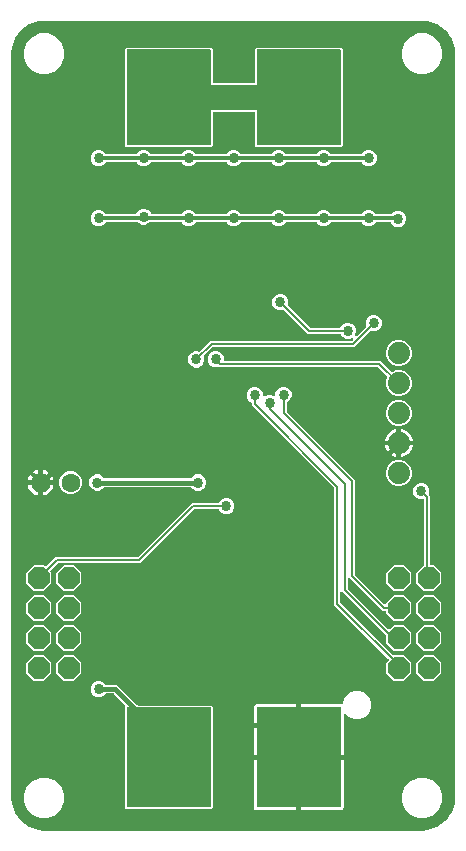
<source format=gbr>
G04 EAGLE Gerber RS-274X export*
G75*
%MOMM*%
%FSLAX34Y34*%
%LPD*%
%INBottom Copper*%
%IPPOS*%
%AMOC8*
5,1,8,0,0,1.08239X$1,22.5*%
G01*
%ADD10P,1.979475X8X292.500000*%
%ADD11P,1.979475X8X112.500000*%
%ADD12R,7.100000X8.450000*%
%ADD13P,1.732040X8X202.500000*%
%ADD14C,1.600200*%
%ADD15C,1.879600*%
%ADD16C,0.858000*%
%ADD17C,0.406400*%
%ADD18C,0.304800*%
%ADD19C,0.203200*%

G36*
X350044Y2007D02*
X350044Y2007D01*
X350080Y2004D01*
X354301Y2336D01*
X354459Y2371D01*
X354535Y2383D01*
X362564Y4992D01*
X362820Y5116D01*
X362833Y5129D01*
X362847Y5136D01*
X369677Y10098D01*
X369882Y10296D01*
X369891Y10312D01*
X369902Y10323D01*
X374864Y17153D01*
X374907Y17234D01*
X374958Y17311D01*
X374974Y17359D01*
X374998Y17404D01*
X375001Y17422D01*
X375009Y17436D01*
X377617Y25465D01*
X377645Y25625D01*
X377664Y25699D01*
X377996Y29920D01*
X377993Y29965D01*
X377999Y30000D01*
X377999Y660000D01*
X377993Y660044D01*
X377996Y660080D01*
X377664Y664301D01*
X377629Y664459D01*
X377617Y664535D01*
X375008Y672564D01*
X374884Y672820D01*
X374871Y672833D01*
X374864Y672847D01*
X369902Y679677D01*
X369704Y679882D01*
X369688Y679891D01*
X369677Y679902D01*
X362847Y684864D01*
X362596Y684998D01*
X362578Y685001D01*
X362564Y685008D01*
X354535Y687617D01*
X354375Y687645D01*
X354301Y687664D01*
X350080Y687996D01*
X350035Y687993D01*
X350000Y687999D01*
X30000Y687999D01*
X29956Y687993D01*
X29920Y687996D01*
X25699Y687664D01*
X25541Y687629D01*
X25465Y687617D01*
X17436Y685008D01*
X17180Y684884D01*
X17167Y684871D01*
X17153Y684864D01*
X10323Y679902D01*
X10118Y679704D01*
X10109Y679688D01*
X10098Y679677D01*
X5136Y672847D01*
X5002Y672596D01*
X4999Y672578D01*
X4992Y672564D01*
X2383Y664535D01*
X2355Y664375D01*
X2336Y664301D01*
X2004Y660080D01*
X2007Y660035D01*
X2001Y660000D01*
X2001Y30000D01*
X2007Y29956D01*
X2004Y29920D01*
X2336Y25699D01*
X2371Y25541D01*
X2383Y25465D01*
X4992Y17436D01*
X5116Y17180D01*
X5129Y17167D01*
X5136Y17153D01*
X10098Y10323D01*
X10296Y10118D01*
X10312Y10109D01*
X10323Y10098D01*
X17153Y5136D01*
X17404Y5002D01*
X17422Y4999D01*
X17436Y4992D01*
X25465Y2383D01*
X25625Y2355D01*
X25699Y2336D01*
X29920Y2004D01*
X29965Y2007D01*
X30000Y2001D01*
X350000Y2001D01*
X350044Y2007D01*
G37*
%LPC*%
G36*
X99605Y580740D02*
X99605Y580740D01*
X98340Y582005D01*
X98340Y663795D01*
X99605Y665060D01*
X171395Y665060D01*
X172660Y663795D01*
X172660Y636075D01*
X172668Y636017D01*
X172666Y635959D01*
X172688Y635877D01*
X172700Y635793D01*
X172723Y635740D01*
X172738Y635684D01*
X172781Y635611D01*
X172816Y635534D01*
X172854Y635489D01*
X172883Y635439D01*
X172945Y635381D01*
X172999Y635317D01*
X173048Y635285D01*
X173091Y635245D01*
X173166Y635206D01*
X173236Y635159D01*
X173292Y635142D01*
X173344Y635115D01*
X173412Y635104D01*
X173507Y635074D01*
X173607Y635071D01*
X173675Y635060D01*
X207325Y635060D01*
X207383Y635068D01*
X207441Y635066D01*
X207523Y635088D01*
X207607Y635100D01*
X207660Y635123D01*
X207716Y635138D01*
X207789Y635181D01*
X207866Y635216D01*
X207911Y635254D01*
X207961Y635283D01*
X208019Y635345D01*
X208083Y635399D01*
X208115Y635448D01*
X208155Y635491D01*
X208194Y635566D01*
X208241Y635636D01*
X208258Y635692D01*
X208285Y635744D01*
X208296Y635812D01*
X208326Y635907D01*
X208329Y636007D01*
X208340Y636075D01*
X208340Y663795D01*
X209605Y665060D01*
X281395Y665060D01*
X282660Y663795D01*
X282660Y582005D01*
X281395Y580740D01*
X209605Y580740D01*
X208340Y582005D01*
X208340Y609725D01*
X208332Y609783D01*
X208334Y609841D01*
X208312Y609923D01*
X208300Y610007D01*
X208277Y610060D01*
X208262Y610116D01*
X208219Y610189D01*
X208184Y610266D01*
X208146Y610311D01*
X208117Y610361D01*
X208055Y610419D01*
X208001Y610483D01*
X207952Y610515D01*
X207909Y610555D01*
X207834Y610594D01*
X207764Y610641D01*
X207708Y610658D01*
X207656Y610685D01*
X207588Y610696D01*
X207493Y610726D01*
X207393Y610729D01*
X207325Y610740D01*
X173675Y610740D01*
X173617Y610732D01*
X173559Y610734D01*
X173477Y610712D01*
X173393Y610700D01*
X173340Y610677D01*
X173284Y610662D01*
X173211Y610619D01*
X173134Y610584D01*
X173089Y610546D01*
X173039Y610517D01*
X172981Y610455D01*
X172917Y610401D01*
X172885Y610352D01*
X172845Y610309D01*
X172806Y610234D01*
X172759Y610164D01*
X172742Y610108D01*
X172715Y610056D01*
X172704Y609988D01*
X172674Y609893D01*
X172671Y609793D01*
X172660Y609725D01*
X172660Y582005D01*
X171395Y580740D01*
X99605Y580740D01*
G37*
%LPD*%
G36*
X170565Y582277D02*
X170565Y582277D01*
X170631Y582279D01*
X170674Y582297D01*
X170721Y582305D01*
X170778Y582339D01*
X170838Y582364D01*
X170873Y582395D01*
X170914Y582420D01*
X170956Y582471D01*
X171004Y582515D01*
X171026Y582557D01*
X171055Y582594D01*
X171076Y582656D01*
X171107Y582715D01*
X171115Y582769D01*
X171127Y582806D01*
X171126Y582846D01*
X171134Y582900D01*
X171134Y612266D01*
X209866Y612266D01*
X209866Y582900D01*
X209877Y582835D01*
X209879Y582769D01*
X209897Y582726D01*
X209905Y582679D01*
X209939Y582622D01*
X209964Y582562D01*
X209995Y582527D01*
X210020Y582486D01*
X210071Y582445D01*
X210115Y582396D01*
X210157Y582374D01*
X210194Y582345D01*
X210256Y582324D01*
X210315Y582293D01*
X210369Y582285D01*
X210406Y582273D01*
X210446Y582274D01*
X210500Y582266D01*
X280500Y582266D01*
X280565Y582277D01*
X280631Y582279D01*
X280674Y582297D01*
X280721Y582305D01*
X280778Y582339D01*
X280838Y582364D01*
X280873Y582395D01*
X280914Y582420D01*
X280956Y582471D01*
X281004Y582515D01*
X281026Y582557D01*
X281055Y582594D01*
X281076Y582656D01*
X281107Y582715D01*
X281115Y582769D01*
X281127Y582806D01*
X281126Y582846D01*
X281134Y582900D01*
X281134Y662900D01*
X281123Y662965D01*
X281121Y663031D01*
X281103Y663074D01*
X281095Y663121D01*
X281061Y663178D01*
X281036Y663238D01*
X281005Y663273D01*
X280980Y663314D01*
X280929Y663356D01*
X280885Y663404D01*
X280843Y663426D01*
X280806Y663455D01*
X280744Y663476D01*
X280685Y663507D01*
X280631Y663515D01*
X280594Y663527D01*
X280554Y663526D01*
X280500Y663534D01*
X210500Y663534D01*
X210435Y663523D01*
X210369Y663521D01*
X210326Y663503D01*
X210279Y663495D01*
X210222Y663461D01*
X210162Y663436D01*
X210127Y663405D01*
X210086Y663380D01*
X210045Y663329D01*
X209996Y663285D01*
X209974Y663243D01*
X209945Y663206D01*
X209924Y663144D01*
X209893Y663085D01*
X209885Y663031D01*
X209873Y662994D01*
X209874Y662954D01*
X209866Y662900D01*
X209866Y633534D01*
X171134Y633534D01*
X171134Y662900D01*
X171123Y662965D01*
X171121Y663031D01*
X171103Y663074D01*
X171095Y663121D01*
X171061Y663178D01*
X171036Y663238D01*
X171005Y663273D01*
X170980Y663314D01*
X170929Y663356D01*
X170885Y663404D01*
X170843Y663426D01*
X170806Y663455D01*
X170744Y663476D01*
X170685Y663507D01*
X170631Y663515D01*
X170594Y663527D01*
X170554Y663526D01*
X170500Y663534D01*
X100500Y663534D01*
X100435Y663523D01*
X100369Y663521D01*
X100326Y663503D01*
X100279Y663495D01*
X100222Y663461D01*
X100162Y663436D01*
X100127Y663405D01*
X100086Y663380D01*
X100045Y663329D01*
X99996Y663285D01*
X99974Y663243D01*
X99945Y663206D01*
X99924Y663144D01*
X99893Y663085D01*
X99885Y663031D01*
X99873Y662994D01*
X99874Y662954D01*
X99866Y662900D01*
X99866Y582900D01*
X99877Y582835D01*
X99879Y582769D01*
X99897Y582726D01*
X99905Y582679D01*
X99939Y582622D01*
X99964Y582562D01*
X99995Y582527D01*
X100020Y582486D01*
X100071Y582445D01*
X100115Y582396D01*
X100157Y582374D01*
X100194Y582345D01*
X100256Y582324D01*
X100315Y582293D01*
X100369Y582285D01*
X100406Y582273D01*
X100446Y582274D01*
X100500Y582266D01*
X170500Y582266D01*
X170565Y582277D01*
G37*
%LPC*%
G36*
X99368Y20375D02*
X99368Y20375D01*
X98475Y21268D01*
X98475Y107032D01*
X98534Y107090D01*
X98569Y107137D01*
X98612Y107177D01*
X98654Y107250D01*
X98705Y107317D01*
X98726Y107372D01*
X98755Y107423D01*
X98776Y107504D01*
X98806Y107583D01*
X98811Y107641D01*
X98825Y107698D01*
X98823Y107782D01*
X98830Y107866D01*
X98818Y107924D01*
X98816Y107982D01*
X98790Y108062D01*
X98774Y108145D01*
X98747Y108197D01*
X98729Y108253D01*
X98689Y108309D01*
X98643Y108397D01*
X98574Y108470D01*
X98534Y108526D01*
X88994Y118066D01*
X88924Y118118D01*
X88860Y118178D01*
X88811Y118204D01*
X88767Y118237D01*
X88685Y118268D01*
X88607Y118308D01*
X88560Y118316D01*
X88501Y118338D01*
X88354Y118350D01*
X88276Y118363D01*
X82724Y118363D01*
X82637Y118351D01*
X82550Y118348D01*
X82497Y118331D01*
X82442Y118323D01*
X82363Y118288D01*
X82279Y118261D01*
X82240Y118233D01*
X82183Y118207D01*
X82070Y118111D01*
X82006Y118066D01*
X80069Y116129D01*
X77559Y115089D01*
X74841Y115089D01*
X72331Y116129D01*
X70409Y118051D01*
X69369Y120561D01*
X69369Y123279D01*
X70409Y125789D01*
X72331Y127711D01*
X74841Y128751D01*
X77559Y128751D01*
X80069Y127711D01*
X82006Y125774D01*
X82076Y125722D01*
X82140Y125662D01*
X82189Y125636D01*
X82233Y125603D01*
X82315Y125572D01*
X82393Y125532D01*
X82440Y125524D01*
X82499Y125502D01*
X82647Y125490D01*
X82724Y125477D01*
X91643Y125477D01*
X108898Y108222D01*
X108968Y108170D01*
X109032Y108110D01*
X109081Y108084D01*
X109125Y108051D01*
X109207Y108020D01*
X109285Y107980D01*
X109332Y107972D01*
X109391Y107950D01*
X109538Y107938D01*
X109616Y107925D01*
X171632Y107925D01*
X172525Y107032D01*
X172525Y21268D01*
X171632Y20375D01*
X99368Y20375D01*
G37*
%LPD*%
%LPC*%
G36*
X325781Y129031D02*
X325781Y129031D01*
X319531Y135281D01*
X319531Y144119D01*
X321412Y145999D01*
X321447Y146046D01*
X321489Y146086D01*
X321532Y146159D01*
X321583Y146227D01*
X321603Y146281D01*
X321633Y146332D01*
X321654Y146413D01*
X321684Y146492D01*
X321689Y146551D01*
X321703Y146607D01*
X321700Y146692D01*
X321707Y146776D01*
X321696Y146833D01*
X321694Y146891D01*
X321668Y146972D01*
X321651Y147054D01*
X321624Y147106D01*
X321606Y147162D01*
X321566Y147218D01*
X321520Y147307D01*
X321452Y147379D01*
X321412Y147435D01*
X275589Y193258D01*
X275589Y291897D01*
X275577Y291984D01*
X275574Y292071D01*
X275557Y292124D01*
X275549Y292179D01*
X275514Y292258D01*
X275487Y292342D01*
X275459Y292381D01*
X275433Y292438D01*
X275337Y292551D01*
X275292Y292615D01*
X205739Y362168D01*
X205739Y363821D01*
X205739Y363822D01*
X205739Y363824D01*
X205719Y363964D01*
X205699Y364102D01*
X205699Y364103D01*
X205699Y364105D01*
X205640Y364235D01*
X205583Y364361D01*
X205582Y364363D01*
X205581Y364364D01*
X205494Y364467D01*
X205400Y364578D01*
X205398Y364579D01*
X205397Y364581D01*
X205385Y364588D01*
X205163Y364736D01*
X205134Y364745D01*
X205113Y364758D01*
X204411Y365049D01*
X202489Y366971D01*
X201449Y369481D01*
X201449Y372199D01*
X202489Y374709D01*
X204411Y376631D01*
X206921Y377671D01*
X209639Y377671D01*
X212149Y376631D01*
X214071Y374709D01*
X215111Y372199D01*
X215111Y370732D01*
X215115Y370703D01*
X215112Y370674D01*
X215135Y370563D01*
X215151Y370450D01*
X215163Y370424D01*
X215168Y370395D01*
X215220Y370294D01*
X215267Y370191D01*
X215286Y370169D01*
X215299Y370143D01*
X215377Y370060D01*
X215450Y369974D01*
X215475Y369958D01*
X215495Y369936D01*
X215593Y369879D01*
X215687Y369816D01*
X215715Y369808D01*
X215740Y369793D01*
X215850Y369765D01*
X215958Y369731D01*
X215987Y369730D01*
X216016Y369723D01*
X216129Y369726D01*
X216242Y369723D01*
X216271Y369731D01*
X216300Y369732D01*
X216408Y369767D01*
X216517Y369795D01*
X216543Y369810D01*
X216571Y369819D01*
X216635Y369865D01*
X216762Y369940D01*
X216805Y369986D01*
X216844Y370014D01*
X217111Y370281D01*
X219621Y371321D01*
X222339Y371321D01*
X224401Y370466D01*
X224513Y370438D01*
X224622Y370403D01*
X224650Y370402D01*
X224677Y370395D01*
X224791Y370399D01*
X224906Y370396D01*
X224933Y370403D01*
X224961Y370404D01*
X225070Y370439D01*
X225181Y370468D01*
X225205Y370482D01*
X225232Y370490D01*
X225327Y370554D01*
X225426Y370613D01*
X225445Y370633D01*
X225468Y370648D01*
X225542Y370736D01*
X225620Y370820D01*
X225633Y370845D01*
X225651Y370866D01*
X225697Y370971D01*
X225750Y371073D01*
X225754Y371098D01*
X225766Y371126D01*
X225803Y371390D01*
X225805Y371404D01*
X225805Y372459D01*
X226845Y374969D01*
X228767Y376891D01*
X231277Y377931D01*
X233995Y377931D01*
X236505Y376891D01*
X238427Y374969D01*
X239467Y372459D01*
X239467Y369741D01*
X238427Y367231D01*
X236505Y365309D01*
X235803Y365019D01*
X235802Y365018D01*
X235801Y365017D01*
X235684Y364948D01*
X235559Y364874D01*
X235557Y364873D01*
X235556Y364872D01*
X235461Y364771D01*
X235363Y364667D01*
X235363Y364666D01*
X235362Y364665D01*
X235297Y364539D01*
X235233Y364415D01*
X235233Y364413D01*
X235232Y364412D01*
X235230Y364397D01*
X235178Y364136D01*
X235181Y364105D01*
X235177Y364081D01*
X235177Y357333D01*
X235185Y357276D01*
X235183Y357222D01*
X235191Y357194D01*
X235192Y357159D01*
X235209Y357106D01*
X235217Y357052D01*
X235244Y356991D01*
X235255Y356947D01*
X235267Y356928D01*
X235279Y356888D01*
X235307Y356849D01*
X235333Y356792D01*
X235381Y356735D01*
X235400Y356702D01*
X235435Y356670D01*
X235474Y356615D01*
X293145Y298945D01*
X293145Y219203D01*
X293152Y219155D01*
X293151Y219148D01*
X293154Y219139D01*
X293157Y219116D01*
X293160Y219029D01*
X293177Y218976D01*
X293185Y218922D01*
X293220Y218842D01*
X293247Y218758D01*
X293275Y218719D01*
X293301Y218662D01*
X293397Y218549D01*
X293442Y218485D01*
X317798Y194129D01*
X317822Y194111D01*
X317841Y194089D01*
X317935Y194026D01*
X318025Y193958D01*
X318053Y193948D01*
X318077Y193931D01*
X318185Y193897D01*
X318291Y193857D01*
X318320Y193855D01*
X318348Y193846D01*
X318462Y193843D01*
X318574Y193833D01*
X318603Y193839D01*
X318632Y193838D01*
X318742Y193867D01*
X318853Y193889D01*
X318879Y193903D01*
X318907Y193910D01*
X319005Y193968D01*
X319105Y194020D01*
X319127Y194040D01*
X319152Y194055D01*
X319229Y194138D01*
X319311Y194216D01*
X319326Y194241D01*
X319346Y194263D01*
X319398Y194364D01*
X319455Y194461D01*
X319462Y194490D01*
X319476Y194516D01*
X319489Y194593D01*
X319525Y194737D01*
X319523Y194799D01*
X319531Y194847D01*
X319531Y194919D01*
X325781Y201169D01*
X334619Y201169D01*
X340869Y194919D01*
X340869Y186081D01*
X334619Y179831D01*
X325781Y179831D01*
X319531Y186081D01*
X319531Y186944D01*
X319523Y187002D01*
X319525Y187060D01*
X319503Y187142D01*
X319491Y187226D01*
X319468Y187279D01*
X319453Y187335D01*
X319410Y187408D01*
X319375Y187485D01*
X319337Y187530D01*
X319308Y187580D01*
X319246Y187638D01*
X319192Y187702D01*
X319143Y187734D01*
X319100Y187774D01*
X319025Y187813D01*
X318955Y187860D01*
X318899Y187877D01*
X318847Y187904D01*
X318779Y187915D01*
X318684Y187945D01*
X318584Y187948D01*
X318516Y187959D01*
X316782Y187959D01*
X289849Y214892D01*
X288754Y215987D01*
X288730Y216005D01*
X288711Y216027D01*
X288617Y216090D01*
X288527Y216158D01*
X288499Y216168D01*
X288475Y216185D01*
X288367Y216219D01*
X288261Y216259D01*
X288232Y216262D01*
X288204Y216270D01*
X288090Y216273D01*
X287978Y216283D01*
X287949Y216277D01*
X287920Y216278D01*
X287810Y216249D01*
X287699Y216227D01*
X287673Y216213D01*
X287645Y216206D01*
X287547Y216148D01*
X287447Y216096D01*
X287425Y216076D01*
X287400Y216061D01*
X287323Y215978D01*
X287241Y215900D01*
X287226Y215875D01*
X287206Y215853D01*
X287154Y215752D01*
X287097Y215655D01*
X287090Y215626D01*
X287076Y215600D01*
X287063Y215523D01*
X287027Y215379D01*
X287029Y215317D01*
X287021Y215269D01*
X287021Y207213D01*
X287033Y207126D01*
X287036Y207039D01*
X287053Y206986D01*
X287061Y206931D01*
X287096Y206852D01*
X287123Y206768D01*
X287151Y206729D01*
X287177Y206672D01*
X287273Y206559D01*
X287318Y206495D01*
X321195Y172618D01*
X321241Y172583D01*
X321282Y172541D01*
X321355Y172498D01*
X321422Y172447D01*
X321477Y172427D01*
X321527Y172397D01*
X321609Y172376D01*
X321688Y172346D01*
X321746Y172341D01*
X321803Y172327D01*
X321887Y172330D01*
X321971Y172323D01*
X322028Y172334D01*
X322087Y172336D01*
X322167Y172362D01*
X322250Y172379D01*
X322302Y172406D01*
X322357Y172424D01*
X322413Y172464D01*
X322502Y172510D01*
X322574Y172578D01*
X322631Y172618D01*
X325781Y175769D01*
X334619Y175769D01*
X340869Y169519D01*
X340869Y160681D01*
X334619Y154431D01*
X325781Y154431D01*
X319531Y160681D01*
X319531Y166675D01*
X319519Y166762D01*
X319516Y166849D01*
X319499Y166902D01*
X319491Y166957D01*
X319456Y167036D01*
X319429Y167120D01*
X319401Y167159D01*
X319375Y167216D01*
X319279Y167329D01*
X319234Y167393D01*
X282404Y204223D01*
X282380Y204241D01*
X282361Y204263D01*
X282267Y204326D01*
X282177Y204394D01*
X282149Y204404D01*
X282125Y204421D01*
X282017Y204455D01*
X281911Y204495D01*
X281882Y204498D01*
X281854Y204506D01*
X281740Y204509D01*
X281628Y204519D01*
X281599Y204513D01*
X281570Y204514D01*
X281460Y204485D01*
X281349Y204463D01*
X281323Y204449D01*
X281295Y204442D01*
X281197Y204384D01*
X281097Y204332D01*
X281075Y204312D01*
X281050Y204297D01*
X280973Y204214D01*
X280891Y204136D01*
X280876Y204111D01*
X280856Y204089D01*
X280804Y203988D01*
X280747Y203891D01*
X280740Y203862D01*
X280726Y203836D01*
X280713Y203759D01*
X280677Y203615D01*
X280679Y203553D01*
X280671Y203505D01*
X280671Y195783D01*
X280683Y195696D01*
X280686Y195609D01*
X280703Y195556D01*
X280711Y195501D01*
X280746Y195422D01*
X280773Y195338D01*
X280801Y195299D01*
X280827Y195242D01*
X280923Y195129D01*
X280968Y195065D01*
X325367Y150666D01*
X325437Y150614D01*
X325501Y150554D01*
X325550Y150528D01*
X325594Y150495D01*
X325676Y150464D01*
X325754Y150424D01*
X325801Y150416D01*
X325860Y150394D01*
X326008Y150382D01*
X326085Y150369D01*
X334619Y150369D01*
X340869Y144119D01*
X340869Y135281D01*
X334619Y129031D01*
X325781Y129031D01*
G37*
%LPD*%
%LPC*%
G36*
X328206Y513234D02*
X328206Y513234D01*
X325696Y514274D01*
X323774Y516196D01*
X323431Y517025D01*
X323430Y517026D01*
X323430Y517027D01*
X323359Y517146D01*
X323286Y517269D01*
X323285Y517270D01*
X323284Y517272D01*
X323182Y517368D01*
X323080Y517465D01*
X323078Y517465D01*
X323077Y517466D01*
X322951Y517531D01*
X322827Y517595D01*
X322825Y517595D01*
X322824Y517596D01*
X322809Y517598D01*
X322548Y517650D01*
X322518Y517647D01*
X322493Y517651D01*
X311609Y517651D01*
X311608Y517651D01*
X311606Y517651D01*
X311465Y517631D01*
X311328Y517611D01*
X311326Y517611D01*
X311325Y517611D01*
X311197Y517553D01*
X311068Y517495D01*
X311067Y517494D01*
X311066Y517493D01*
X310958Y517402D01*
X310851Y517312D01*
X310850Y517310D01*
X310849Y517309D01*
X310841Y517296D01*
X310694Y517075D01*
X310684Y517046D01*
X310671Y517025D01*
X310591Y516831D01*
X308669Y514909D01*
X306159Y513869D01*
X303441Y513869D01*
X300931Y514909D01*
X299009Y516831D01*
X298929Y517025D01*
X298928Y517026D01*
X298928Y517027D01*
X298858Y517144D01*
X298784Y517269D01*
X298783Y517271D01*
X298782Y517272D01*
X298681Y517367D01*
X298578Y517465D01*
X298576Y517465D01*
X298575Y517466D01*
X298449Y517531D01*
X298325Y517595D01*
X298323Y517595D01*
X298322Y517596D01*
X298307Y517598D01*
X298046Y517650D01*
X298016Y517647D01*
X297991Y517651D01*
X273509Y517651D01*
X273508Y517651D01*
X273506Y517651D01*
X273365Y517631D01*
X273228Y517611D01*
X273226Y517611D01*
X273225Y517611D01*
X273097Y517553D01*
X272968Y517495D01*
X272967Y517494D01*
X272966Y517493D01*
X272858Y517402D01*
X272751Y517312D01*
X272750Y517310D01*
X272749Y517309D01*
X272741Y517296D01*
X272594Y517075D01*
X272584Y517046D01*
X272571Y517025D01*
X272491Y516831D01*
X270569Y514909D01*
X268059Y513869D01*
X265341Y513869D01*
X262831Y514909D01*
X260909Y516831D01*
X260829Y517025D01*
X260828Y517026D01*
X260828Y517027D01*
X260758Y517144D01*
X260684Y517269D01*
X260683Y517271D01*
X260682Y517272D01*
X260581Y517367D01*
X260478Y517465D01*
X260476Y517465D01*
X260475Y517466D01*
X260349Y517531D01*
X260225Y517595D01*
X260223Y517595D01*
X260222Y517596D01*
X260207Y517598D01*
X259946Y517650D01*
X259916Y517647D01*
X259891Y517651D01*
X235409Y517651D01*
X235408Y517651D01*
X235406Y517651D01*
X235265Y517631D01*
X235128Y517611D01*
X235126Y517611D01*
X235125Y517611D01*
X234997Y517553D01*
X234868Y517495D01*
X234867Y517494D01*
X234866Y517493D01*
X234758Y517402D01*
X234651Y517312D01*
X234650Y517310D01*
X234649Y517309D01*
X234641Y517296D01*
X234494Y517075D01*
X234484Y517046D01*
X234471Y517025D01*
X234391Y516831D01*
X232469Y514909D01*
X229959Y513869D01*
X227241Y513869D01*
X224731Y514909D01*
X222809Y516831D01*
X222729Y517025D01*
X222728Y517026D01*
X222728Y517027D01*
X222658Y517144D01*
X222584Y517269D01*
X222583Y517271D01*
X222582Y517272D01*
X222481Y517367D01*
X222378Y517465D01*
X222376Y517465D01*
X222375Y517466D01*
X222249Y517531D01*
X222125Y517595D01*
X222123Y517595D01*
X222122Y517596D01*
X222107Y517598D01*
X221846Y517650D01*
X221816Y517647D01*
X221791Y517651D01*
X197309Y517651D01*
X197308Y517651D01*
X197306Y517651D01*
X197165Y517631D01*
X197028Y517611D01*
X197026Y517611D01*
X197025Y517611D01*
X196897Y517553D01*
X196768Y517495D01*
X196767Y517494D01*
X196766Y517493D01*
X196658Y517402D01*
X196551Y517312D01*
X196550Y517310D01*
X196549Y517309D01*
X196541Y517296D01*
X196394Y517075D01*
X196384Y517046D01*
X196371Y517025D01*
X196291Y516831D01*
X194369Y514909D01*
X191859Y513869D01*
X189141Y513869D01*
X186631Y514909D01*
X184709Y516831D01*
X184629Y517025D01*
X184628Y517026D01*
X184628Y517027D01*
X184558Y517144D01*
X184484Y517269D01*
X184483Y517271D01*
X184482Y517272D01*
X184381Y517367D01*
X184278Y517465D01*
X184276Y517465D01*
X184275Y517466D01*
X184149Y517531D01*
X184025Y517595D01*
X184023Y517595D01*
X184022Y517596D01*
X184007Y517598D01*
X183746Y517650D01*
X183716Y517647D01*
X183691Y517651D01*
X159209Y517651D01*
X159208Y517651D01*
X159206Y517651D01*
X159065Y517631D01*
X158928Y517611D01*
X158926Y517611D01*
X158925Y517611D01*
X158797Y517553D01*
X158668Y517495D01*
X158667Y517494D01*
X158666Y517493D01*
X158558Y517402D01*
X158451Y517312D01*
X158450Y517310D01*
X158449Y517309D01*
X158441Y517296D01*
X158294Y517075D01*
X158284Y517046D01*
X158271Y517025D01*
X158191Y516831D01*
X156269Y514909D01*
X153759Y513869D01*
X151041Y513869D01*
X148531Y514909D01*
X146609Y516831D01*
X146529Y517025D01*
X146528Y517026D01*
X146528Y517027D01*
X146458Y517144D01*
X146384Y517269D01*
X146383Y517271D01*
X146382Y517272D01*
X146281Y517367D01*
X146178Y517465D01*
X146176Y517465D01*
X146175Y517466D01*
X146049Y517531D01*
X145925Y517595D01*
X145923Y517595D01*
X145922Y517596D01*
X145907Y517598D01*
X145646Y517650D01*
X145616Y517647D01*
X145591Y517651D01*
X120062Y517651D01*
X119975Y517639D01*
X119888Y517636D01*
X119835Y517619D01*
X119780Y517611D01*
X119701Y517576D01*
X119617Y517549D01*
X119578Y517521D01*
X119521Y517495D01*
X119408Y517399D01*
X119344Y517354D01*
X118169Y516179D01*
X115659Y515139D01*
X112941Y515139D01*
X110431Y516179D01*
X109256Y517354D01*
X109186Y517406D01*
X109122Y517466D01*
X109073Y517492D01*
X109029Y517525D01*
X108947Y517556D01*
X108869Y517596D01*
X108822Y517604D01*
X108763Y517626D01*
X108615Y517638D01*
X108538Y517651D01*
X83009Y517651D01*
X83008Y517651D01*
X83006Y517651D01*
X82865Y517631D01*
X82728Y517611D01*
X82726Y517611D01*
X82725Y517611D01*
X82597Y517553D01*
X82468Y517495D01*
X82467Y517494D01*
X82466Y517493D01*
X82358Y517402D01*
X82251Y517312D01*
X82250Y517310D01*
X82249Y517309D01*
X82241Y517296D01*
X82094Y517075D01*
X82084Y517046D01*
X82071Y517025D01*
X81991Y516831D01*
X80069Y514909D01*
X77559Y513869D01*
X74841Y513869D01*
X72331Y514909D01*
X70409Y516831D01*
X69369Y519341D01*
X69369Y522059D01*
X70409Y524569D01*
X72331Y526491D01*
X74841Y527531D01*
X77559Y527531D01*
X80069Y526491D01*
X81991Y524569D01*
X82071Y524375D01*
X82072Y524374D01*
X82072Y524373D01*
X82142Y524256D01*
X82216Y524131D01*
X82217Y524129D01*
X82218Y524128D01*
X82319Y524033D01*
X82422Y523935D01*
X82424Y523935D01*
X82425Y523934D01*
X82551Y523869D01*
X82675Y523805D01*
X82677Y523805D01*
X82678Y523804D01*
X82693Y523802D01*
X82954Y523750D01*
X82984Y523753D01*
X83009Y523749D01*
X106965Y523749D01*
X106966Y523749D01*
X106968Y523749D01*
X107109Y523769D01*
X107246Y523789D01*
X107248Y523789D01*
X107249Y523789D01*
X107377Y523847D01*
X107506Y523905D01*
X107507Y523906D01*
X107508Y523907D01*
X107613Y523995D01*
X107723Y524088D01*
X107724Y524090D01*
X107725Y524091D01*
X107733Y524104D01*
X107880Y524325D01*
X107890Y524354D01*
X107903Y524375D01*
X108509Y525839D01*
X110431Y527761D01*
X112941Y528801D01*
X115659Y528801D01*
X118169Y527761D01*
X120091Y525839D01*
X120697Y524375D01*
X120698Y524374D01*
X120698Y524373D01*
X120770Y524252D01*
X120842Y524131D01*
X120843Y524130D01*
X120844Y524128D01*
X120948Y524031D01*
X121048Y523935D01*
X121050Y523935D01*
X121051Y523934D01*
X121177Y523869D01*
X121301Y523805D01*
X121303Y523805D01*
X121304Y523804D01*
X121319Y523802D01*
X121580Y523750D01*
X121610Y523753D01*
X121635Y523749D01*
X145591Y523749D01*
X145592Y523749D01*
X145594Y523749D01*
X145735Y523769D01*
X145872Y523789D01*
X145874Y523789D01*
X145875Y523789D01*
X146003Y523847D01*
X146132Y523905D01*
X146133Y523906D01*
X146134Y523907D01*
X146239Y523995D01*
X146349Y524088D01*
X146350Y524090D01*
X146351Y524091D01*
X146359Y524104D01*
X146506Y524325D01*
X146516Y524354D01*
X146529Y524375D01*
X146609Y524569D01*
X148531Y526491D01*
X151041Y527531D01*
X153759Y527531D01*
X156269Y526491D01*
X158191Y524569D01*
X158271Y524375D01*
X158272Y524374D01*
X158272Y524373D01*
X158342Y524256D01*
X158416Y524131D01*
X158417Y524129D01*
X158418Y524128D01*
X158519Y524033D01*
X158622Y523935D01*
X158624Y523935D01*
X158625Y523934D01*
X158751Y523869D01*
X158875Y523805D01*
X158877Y523805D01*
X158878Y523804D01*
X158893Y523802D01*
X159154Y523750D01*
X159184Y523753D01*
X159209Y523749D01*
X183691Y523749D01*
X183692Y523749D01*
X183694Y523749D01*
X183835Y523769D01*
X183972Y523789D01*
X183974Y523789D01*
X183975Y523789D01*
X184103Y523847D01*
X184232Y523905D01*
X184233Y523906D01*
X184234Y523907D01*
X184339Y523995D01*
X184449Y524088D01*
X184450Y524090D01*
X184451Y524091D01*
X184459Y524104D01*
X184606Y524325D01*
X184616Y524354D01*
X184629Y524375D01*
X184709Y524569D01*
X186631Y526491D01*
X189141Y527531D01*
X191859Y527531D01*
X194369Y526491D01*
X196291Y524569D01*
X196371Y524375D01*
X196372Y524374D01*
X196372Y524373D01*
X196442Y524256D01*
X196516Y524131D01*
X196517Y524129D01*
X196518Y524128D01*
X196619Y524033D01*
X196722Y523935D01*
X196724Y523935D01*
X196725Y523934D01*
X196851Y523869D01*
X196975Y523805D01*
X196977Y523805D01*
X196978Y523804D01*
X196993Y523802D01*
X197254Y523750D01*
X197284Y523753D01*
X197309Y523749D01*
X221791Y523749D01*
X221792Y523749D01*
X221794Y523749D01*
X221935Y523769D01*
X222072Y523789D01*
X222074Y523789D01*
X222075Y523789D01*
X222203Y523847D01*
X222332Y523905D01*
X222333Y523906D01*
X222334Y523907D01*
X222439Y523995D01*
X222549Y524088D01*
X222550Y524090D01*
X222551Y524091D01*
X222559Y524104D01*
X222706Y524325D01*
X222716Y524354D01*
X222729Y524375D01*
X222809Y524569D01*
X224731Y526491D01*
X227241Y527531D01*
X229959Y527531D01*
X232469Y526491D01*
X234391Y524569D01*
X234471Y524375D01*
X234472Y524374D01*
X234472Y524373D01*
X234542Y524256D01*
X234616Y524131D01*
X234617Y524129D01*
X234618Y524128D01*
X234719Y524033D01*
X234822Y523935D01*
X234824Y523935D01*
X234825Y523934D01*
X234951Y523869D01*
X235075Y523805D01*
X235077Y523805D01*
X235078Y523804D01*
X235093Y523802D01*
X235354Y523750D01*
X235384Y523753D01*
X235409Y523749D01*
X259891Y523749D01*
X259892Y523749D01*
X259894Y523749D01*
X260035Y523769D01*
X260172Y523789D01*
X260174Y523789D01*
X260175Y523789D01*
X260303Y523847D01*
X260432Y523905D01*
X260433Y523906D01*
X260434Y523907D01*
X260539Y523995D01*
X260649Y524088D01*
X260650Y524090D01*
X260651Y524091D01*
X260659Y524104D01*
X260806Y524325D01*
X260816Y524354D01*
X260829Y524375D01*
X260909Y524569D01*
X262831Y526491D01*
X265341Y527531D01*
X268059Y527531D01*
X270569Y526491D01*
X272491Y524569D01*
X272571Y524375D01*
X272572Y524374D01*
X272572Y524373D01*
X272642Y524256D01*
X272716Y524131D01*
X272717Y524129D01*
X272718Y524128D01*
X272819Y524033D01*
X272922Y523935D01*
X272924Y523935D01*
X272925Y523934D01*
X273051Y523869D01*
X273175Y523805D01*
X273177Y523805D01*
X273178Y523804D01*
X273193Y523802D01*
X273454Y523750D01*
X273484Y523753D01*
X273509Y523749D01*
X297991Y523749D01*
X297992Y523749D01*
X297994Y523749D01*
X298135Y523769D01*
X298272Y523789D01*
X298274Y523789D01*
X298275Y523789D01*
X298403Y523847D01*
X298532Y523905D01*
X298533Y523906D01*
X298534Y523907D01*
X298639Y523995D01*
X298749Y524088D01*
X298750Y524090D01*
X298751Y524091D01*
X298759Y524104D01*
X298906Y524325D01*
X298916Y524354D01*
X298929Y524375D01*
X299009Y524569D01*
X300931Y526491D01*
X303441Y527531D01*
X306159Y527531D01*
X308669Y526491D01*
X310591Y524569D01*
X310671Y524375D01*
X310672Y524374D01*
X310672Y524373D01*
X310742Y524256D01*
X310816Y524131D01*
X310817Y524129D01*
X310818Y524128D01*
X310919Y524033D01*
X311022Y523935D01*
X311024Y523935D01*
X311025Y523934D01*
X311151Y523869D01*
X311275Y523805D01*
X311277Y523805D01*
X311278Y523804D01*
X311293Y523802D01*
X311554Y523750D01*
X311584Y523753D01*
X311609Y523749D01*
X323168Y523749D01*
X323255Y523761D01*
X323342Y523764D01*
X323395Y523781D01*
X323450Y523789D01*
X323529Y523824D01*
X323613Y523851D01*
X323652Y523879D01*
X323709Y523905D01*
X323822Y524001D01*
X323886Y524046D01*
X325696Y525856D01*
X328206Y526896D01*
X330924Y526896D01*
X333434Y525856D01*
X335356Y523934D01*
X336396Y521424D01*
X336396Y518706D01*
X335356Y516196D01*
X333434Y514274D01*
X330924Y513234D01*
X328206Y513234D01*
G37*
%LPD*%
%LPC*%
G36*
X247531Y66181D02*
X247531Y66181D01*
X247531Y108941D01*
X281334Y108941D01*
X281721Y108837D01*
X281770Y108831D01*
X281816Y108816D01*
X281910Y108814D01*
X282003Y108803D01*
X282052Y108810D01*
X282100Y108809D01*
X282191Y108833D01*
X282284Y108848D01*
X282328Y108869D01*
X282375Y108881D01*
X282456Y108929D01*
X282541Y108969D01*
X282578Y109001D01*
X282620Y109026D01*
X282684Y109095D01*
X282755Y109157D01*
X282781Y109198D01*
X282814Y109234D01*
X282857Y109317D01*
X282908Y109396D01*
X282922Y109443D01*
X282944Y109487D01*
X282956Y109560D01*
X282988Y109669D01*
X282989Y109756D01*
X282999Y109818D01*
X282999Y110787D01*
X284826Y115198D01*
X288202Y118574D01*
X292613Y120401D01*
X297387Y120401D01*
X301798Y118574D01*
X305174Y115198D01*
X307001Y110787D01*
X307001Y106013D01*
X305174Y101602D01*
X301798Y98226D01*
X297387Y96399D01*
X292613Y96399D01*
X288202Y98226D01*
X285274Y101155D01*
X285250Y101172D01*
X285231Y101195D01*
X285137Y101257D01*
X285047Y101325D01*
X285019Y101336D01*
X284995Y101352D01*
X284887Y101386D01*
X284781Y101427D01*
X284752Y101429D01*
X284724Y101438D01*
X284610Y101441D01*
X284498Y101450D01*
X284469Y101444D01*
X284440Y101445D01*
X284330Y101417D01*
X284219Y101394D01*
X284193Y101381D01*
X284165Y101373D01*
X284067Y101316D01*
X283967Y101263D01*
X283945Y101243D01*
X283920Y101228D01*
X283843Y101146D01*
X283761Y101068D01*
X283746Y101042D01*
X283726Y101021D01*
X283674Y100920D01*
X283617Y100822D01*
X283610Y100794D01*
X283596Y100768D01*
X283583Y100690D01*
X283547Y100547D01*
X283549Y100484D01*
X283541Y100437D01*
X283541Y66181D01*
X247531Y66181D01*
G37*
%LPD*%
%LPC*%
G36*
X74841Y564669D02*
X74841Y564669D01*
X72331Y565709D01*
X70409Y567631D01*
X69369Y570141D01*
X69369Y572859D01*
X70409Y575369D01*
X72331Y577291D01*
X74841Y578331D01*
X77559Y578331D01*
X80069Y577291D01*
X81991Y575369D01*
X82071Y575175D01*
X82072Y575174D01*
X82072Y575173D01*
X82142Y575056D01*
X82216Y574931D01*
X82217Y574929D01*
X82218Y574928D01*
X82319Y574833D01*
X82422Y574735D01*
X82424Y574735D01*
X82425Y574734D01*
X82551Y574669D01*
X82675Y574605D01*
X82677Y574605D01*
X82678Y574604D01*
X82693Y574602D01*
X82954Y574550D01*
X82984Y574553D01*
X83009Y574549D01*
X107491Y574549D01*
X107492Y574549D01*
X107494Y574549D01*
X107635Y574569D01*
X107772Y574589D01*
X107774Y574589D01*
X107775Y574589D01*
X107903Y574647D01*
X108032Y574705D01*
X108033Y574706D01*
X108034Y574707D01*
X108142Y574798D01*
X108249Y574888D01*
X108250Y574890D01*
X108251Y574891D01*
X108259Y574904D01*
X108406Y575125D01*
X108416Y575154D01*
X108429Y575175D01*
X108509Y575369D01*
X110431Y577291D01*
X112941Y578331D01*
X115659Y578331D01*
X118169Y577291D01*
X120091Y575369D01*
X120171Y575175D01*
X120172Y575174D01*
X120172Y575173D01*
X120242Y575056D01*
X120316Y574931D01*
X120317Y574929D01*
X120318Y574928D01*
X120419Y574833D01*
X120522Y574735D01*
X120524Y574735D01*
X120525Y574734D01*
X120651Y574669D01*
X120775Y574605D01*
X120777Y574605D01*
X120778Y574604D01*
X120793Y574602D01*
X121054Y574550D01*
X121084Y574553D01*
X121109Y574549D01*
X145591Y574549D01*
X145592Y574549D01*
X145594Y574549D01*
X145735Y574569D01*
X145872Y574589D01*
X145874Y574589D01*
X145875Y574589D01*
X146003Y574647D01*
X146132Y574705D01*
X146133Y574706D01*
X146134Y574707D01*
X146242Y574798D01*
X146349Y574888D01*
X146350Y574890D01*
X146351Y574891D01*
X146359Y574904D01*
X146506Y575125D01*
X146516Y575154D01*
X146529Y575175D01*
X146609Y575369D01*
X148531Y577291D01*
X151041Y578331D01*
X153759Y578331D01*
X156269Y577291D01*
X158191Y575369D01*
X158271Y575175D01*
X158272Y575174D01*
X158272Y575173D01*
X158342Y575056D01*
X158416Y574931D01*
X158417Y574929D01*
X158418Y574928D01*
X158519Y574833D01*
X158622Y574735D01*
X158624Y574735D01*
X158625Y574734D01*
X158751Y574669D01*
X158875Y574605D01*
X158877Y574605D01*
X158878Y574604D01*
X158893Y574602D01*
X159154Y574550D01*
X159184Y574553D01*
X159209Y574549D01*
X183691Y574549D01*
X183692Y574549D01*
X183694Y574549D01*
X183835Y574569D01*
X183972Y574589D01*
X183974Y574589D01*
X183975Y574589D01*
X184103Y574647D01*
X184232Y574705D01*
X184233Y574706D01*
X184234Y574707D01*
X184342Y574798D01*
X184449Y574888D01*
X184450Y574890D01*
X184451Y574891D01*
X184459Y574904D01*
X184606Y575125D01*
X184616Y575154D01*
X184629Y575175D01*
X184709Y575369D01*
X186631Y577291D01*
X189141Y578331D01*
X191859Y578331D01*
X194369Y577291D01*
X196291Y575369D01*
X196371Y575175D01*
X196372Y575174D01*
X196372Y575173D01*
X196442Y575056D01*
X196516Y574931D01*
X196517Y574929D01*
X196518Y574928D01*
X196619Y574833D01*
X196722Y574735D01*
X196724Y574735D01*
X196725Y574734D01*
X196851Y574669D01*
X196975Y574605D01*
X196977Y574605D01*
X196978Y574604D01*
X196993Y574602D01*
X197254Y574550D01*
X197284Y574553D01*
X197309Y574549D01*
X221791Y574549D01*
X221792Y574549D01*
X221794Y574549D01*
X221935Y574569D01*
X222072Y574589D01*
X222074Y574589D01*
X222075Y574589D01*
X222203Y574647D01*
X222332Y574705D01*
X222333Y574706D01*
X222334Y574707D01*
X222442Y574798D01*
X222549Y574888D01*
X222550Y574890D01*
X222551Y574891D01*
X222559Y574904D01*
X222706Y575125D01*
X222716Y575154D01*
X222729Y575175D01*
X222809Y575369D01*
X224731Y577291D01*
X227241Y578331D01*
X229959Y578331D01*
X232469Y577291D01*
X234391Y575369D01*
X234471Y575175D01*
X234472Y575174D01*
X234472Y575173D01*
X234542Y575056D01*
X234616Y574931D01*
X234617Y574929D01*
X234618Y574928D01*
X234719Y574833D01*
X234822Y574735D01*
X234824Y574735D01*
X234825Y574734D01*
X234951Y574669D01*
X235075Y574605D01*
X235077Y574605D01*
X235078Y574604D01*
X235093Y574602D01*
X235354Y574550D01*
X235384Y574553D01*
X235409Y574549D01*
X259891Y574549D01*
X259892Y574549D01*
X259894Y574549D01*
X260035Y574569D01*
X260172Y574589D01*
X260174Y574589D01*
X260175Y574589D01*
X260303Y574647D01*
X260432Y574705D01*
X260433Y574706D01*
X260434Y574707D01*
X260542Y574798D01*
X260649Y574888D01*
X260650Y574890D01*
X260651Y574891D01*
X260659Y574904D01*
X260806Y575125D01*
X260816Y575154D01*
X260829Y575175D01*
X260909Y575369D01*
X262831Y577291D01*
X265341Y578331D01*
X268059Y578331D01*
X270569Y577291D01*
X272491Y575369D01*
X272571Y575175D01*
X272572Y575174D01*
X272572Y575173D01*
X272642Y575056D01*
X272716Y574931D01*
X272717Y574929D01*
X272718Y574928D01*
X272819Y574833D01*
X272922Y574735D01*
X272924Y574735D01*
X272925Y574734D01*
X273051Y574669D01*
X273175Y574605D01*
X273177Y574605D01*
X273178Y574604D01*
X273193Y574602D01*
X273454Y574550D01*
X273484Y574553D01*
X273509Y574549D01*
X297991Y574549D01*
X297992Y574549D01*
X297994Y574549D01*
X298135Y574569D01*
X298272Y574589D01*
X298274Y574589D01*
X298275Y574589D01*
X298403Y574647D01*
X298532Y574705D01*
X298533Y574706D01*
X298534Y574707D01*
X298642Y574798D01*
X298749Y574888D01*
X298750Y574890D01*
X298751Y574891D01*
X298759Y574904D01*
X298906Y575125D01*
X298916Y575154D01*
X298929Y575175D01*
X299009Y575369D01*
X300931Y577291D01*
X303441Y578331D01*
X306159Y578331D01*
X308669Y577291D01*
X310591Y575369D01*
X311631Y572859D01*
X311631Y570141D01*
X310591Y567631D01*
X308669Y565709D01*
X306159Y564669D01*
X303441Y564669D01*
X300931Y565709D01*
X299009Y567631D01*
X298929Y567825D01*
X298928Y567826D01*
X298928Y567827D01*
X298858Y567944D01*
X298784Y568069D01*
X298783Y568071D01*
X298782Y568072D01*
X298681Y568167D01*
X298578Y568265D01*
X298576Y568265D01*
X298575Y568266D01*
X298449Y568331D01*
X298325Y568395D01*
X298323Y568395D01*
X298322Y568396D01*
X298307Y568398D01*
X298046Y568450D01*
X298016Y568447D01*
X297991Y568451D01*
X273509Y568451D01*
X273508Y568451D01*
X273506Y568451D01*
X273365Y568431D01*
X273228Y568411D01*
X273226Y568411D01*
X273225Y568411D01*
X273097Y568353D01*
X272968Y568295D01*
X272967Y568294D01*
X272966Y568293D01*
X272858Y568202D01*
X272751Y568112D01*
X272750Y568110D01*
X272749Y568109D01*
X272741Y568096D01*
X272594Y567875D01*
X272584Y567846D01*
X272571Y567825D01*
X272491Y567631D01*
X270569Y565709D01*
X268059Y564669D01*
X265341Y564669D01*
X262831Y565709D01*
X260909Y567631D01*
X260829Y567825D01*
X260828Y567826D01*
X260828Y567827D01*
X260758Y567944D01*
X260684Y568069D01*
X260683Y568071D01*
X260682Y568072D01*
X260581Y568167D01*
X260478Y568265D01*
X260476Y568265D01*
X260475Y568266D01*
X260349Y568331D01*
X260225Y568395D01*
X260223Y568395D01*
X260222Y568396D01*
X260207Y568398D01*
X259946Y568450D01*
X259916Y568447D01*
X259891Y568451D01*
X235409Y568451D01*
X235408Y568451D01*
X235406Y568451D01*
X235265Y568431D01*
X235128Y568411D01*
X235126Y568411D01*
X235125Y568411D01*
X234997Y568353D01*
X234868Y568295D01*
X234867Y568294D01*
X234866Y568293D01*
X234758Y568202D01*
X234651Y568112D01*
X234650Y568110D01*
X234649Y568109D01*
X234641Y568096D01*
X234494Y567875D01*
X234484Y567846D01*
X234471Y567825D01*
X234391Y567631D01*
X232469Y565709D01*
X229959Y564669D01*
X227241Y564669D01*
X224731Y565709D01*
X222809Y567631D01*
X222729Y567825D01*
X222728Y567826D01*
X222728Y567827D01*
X222658Y567944D01*
X222584Y568069D01*
X222583Y568071D01*
X222582Y568072D01*
X222481Y568167D01*
X222378Y568265D01*
X222376Y568265D01*
X222375Y568266D01*
X222249Y568331D01*
X222125Y568395D01*
X222123Y568395D01*
X222122Y568396D01*
X222107Y568398D01*
X221846Y568450D01*
X221816Y568447D01*
X221791Y568451D01*
X197309Y568451D01*
X197308Y568451D01*
X197306Y568451D01*
X197165Y568431D01*
X197028Y568411D01*
X197026Y568411D01*
X197025Y568411D01*
X196897Y568353D01*
X196768Y568295D01*
X196767Y568294D01*
X196766Y568293D01*
X196658Y568202D01*
X196551Y568112D01*
X196550Y568110D01*
X196549Y568109D01*
X196541Y568096D01*
X196394Y567875D01*
X196384Y567846D01*
X196371Y567825D01*
X196291Y567631D01*
X194369Y565709D01*
X191859Y564669D01*
X189141Y564669D01*
X186631Y565709D01*
X184709Y567631D01*
X184629Y567825D01*
X184628Y567826D01*
X184628Y567827D01*
X184558Y567944D01*
X184484Y568069D01*
X184483Y568071D01*
X184482Y568072D01*
X184381Y568167D01*
X184278Y568265D01*
X184276Y568265D01*
X184275Y568266D01*
X184149Y568331D01*
X184025Y568395D01*
X184023Y568395D01*
X184022Y568396D01*
X184007Y568398D01*
X183746Y568450D01*
X183716Y568447D01*
X183691Y568451D01*
X159209Y568451D01*
X159208Y568451D01*
X159206Y568451D01*
X159065Y568431D01*
X158928Y568411D01*
X158926Y568411D01*
X158925Y568411D01*
X158797Y568353D01*
X158668Y568295D01*
X158667Y568294D01*
X158666Y568293D01*
X158558Y568202D01*
X158451Y568112D01*
X158450Y568110D01*
X158449Y568109D01*
X158441Y568096D01*
X158294Y567875D01*
X158284Y567846D01*
X158271Y567825D01*
X158191Y567631D01*
X156269Y565709D01*
X153759Y564669D01*
X151041Y564669D01*
X148531Y565709D01*
X146609Y567631D01*
X146529Y567825D01*
X146528Y567826D01*
X146528Y567827D01*
X146458Y567944D01*
X146384Y568069D01*
X146383Y568071D01*
X146382Y568072D01*
X146281Y568167D01*
X146178Y568265D01*
X146176Y568265D01*
X146175Y568266D01*
X146049Y568331D01*
X145925Y568395D01*
X145923Y568395D01*
X145922Y568396D01*
X145907Y568398D01*
X145646Y568450D01*
X145616Y568447D01*
X145591Y568451D01*
X121109Y568451D01*
X121108Y568451D01*
X121106Y568451D01*
X120965Y568431D01*
X120828Y568411D01*
X120826Y568411D01*
X120825Y568411D01*
X120697Y568353D01*
X120568Y568295D01*
X120567Y568294D01*
X120566Y568293D01*
X120458Y568202D01*
X120351Y568112D01*
X120350Y568110D01*
X120349Y568109D01*
X120341Y568096D01*
X120194Y567875D01*
X120184Y567846D01*
X120171Y567825D01*
X120091Y567631D01*
X118169Y565709D01*
X115659Y564669D01*
X112941Y564669D01*
X110431Y565709D01*
X108509Y567631D01*
X108429Y567825D01*
X108428Y567826D01*
X108428Y567827D01*
X108358Y567944D01*
X108284Y568069D01*
X108283Y568071D01*
X108282Y568072D01*
X108181Y568167D01*
X108078Y568265D01*
X108076Y568265D01*
X108075Y568266D01*
X107949Y568331D01*
X107825Y568395D01*
X107823Y568395D01*
X107822Y568396D01*
X107807Y568398D01*
X107546Y568450D01*
X107516Y568447D01*
X107491Y568451D01*
X83009Y568451D01*
X83008Y568451D01*
X83006Y568451D01*
X82865Y568431D01*
X82728Y568411D01*
X82726Y568411D01*
X82725Y568411D01*
X82597Y568353D01*
X82468Y568295D01*
X82467Y568294D01*
X82466Y568293D01*
X82358Y568202D01*
X82251Y568112D01*
X82250Y568110D01*
X82249Y568109D01*
X82241Y568096D01*
X82094Y567875D01*
X82084Y567846D01*
X82071Y567825D01*
X81991Y567631D01*
X80069Y565709D01*
X77559Y564669D01*
X74841Y564669D01*
G37*
%LPD*%
%LPC*%
G36*
X157315Y394152D02*
X157315Y394152D01*
X154804Y395192D01*
X152883Y397113D01*
X151843Y399624D01*
X151843Y402341D01*
X152883Y404852D01*
X154804Y406773D01*
X157315Y407813D01*
X160032Y407813D01*
X160734Y407523D01*
X160736Y407522D01*
X160737Y407521D01*
X160870Y407488D01*
X161009Y407452D01*
X161011Y407452D01*
X161013Y407451D01*
X161153Y407456D01*
X161294Y407460D01*
X161295Y407460D01*
X161297Y407460D01*
X161429Y407503D01*
X161564Y407546D01*
X161566Y407547D01*
X161567Y407548D01*
X161579Y407556D01*
X161800Y407705D01*
X161820Y407728D01*
X161841Y407743D01*
X168873Y414775D01*
X170658Y416561D01*
X289865Y416561D01*
X289952Y416573D01*
X290039Y416576D01*
X290092Y416593D01*
X290147Y416601D01*
X290226Y416636D01*
X290310Y416663D01*
X290349Y416691D01*
X290406Y416717D01*
X290519Y416813D01*
X290583Y416858D01*
X291539Y417814D01*
X291591Y417883D01*
X291650Y417945D01*
X291676Y417996D01*
X291710Y418041D01*
X291740Y418122D01*
X291780Y418198D01*
X291791Y418254D01*
X291811Y418307D01*
X291818Y418393D01*
X291835Y418477D01*
X291830Y418534D01*
X291835Y418590D01*
X291818Y418675D01*
X291810Y418760D01*
X291790Y418813D01*
X291779Y418869D01*
X291739Y418945D01*
X291708Y419026D01*
X291674Y419071D01*
X291648Y419121D01*
X291589Y419184D01*
X291537Y419252D01*
X291491Y419286D01*
X291452Y419328D01*
X291378Y419371D01*
X291309Y419422D01*
X291256Y419442D01*
X291207Y419471D01*
X291124Y419492D01*
X291043Y419523D01*
X290986Y419527D01*
X290931Y419541D01*
X290846Y419539D01*
X290760Y419545D01*
X290711Y419534D01*
X290647Y419532D01*
X290509Y419488D01*
X290433Y419470D01*
X288379Y418619D01*
X285661Y418619D01*
X283151Y419659D01*
X281229Y421581D01*
X280938Y422283D01*
X280938Y422284D01*
X280937Y422285D01*
X280868Y422402D01*
X280794Y422527D01*
X280793Y422529D01*
X280792Y422530D01*
X280690Y422625D01*
X280587Y422723D01*
X280586Y422723D01*
X280585Y422724D01*
X280459Y422789D01*
X280335Y422853D01*
X280333Y422853D01*
X280332Y422854D01*
X280317Y422856D01*
X280056Y422908D01*
X280025Y422905D01*
X280001Y422909D01*
X252948Y422909D01*
X233037Y442820D01*
X233036Y442821D01*
X233035Y442822D01*
X232921Y442907D01*
X232810Y442991D01*
X232808Y442991D01*
X232807Y442992D01*
X232675Y443042D01*
X232544Y443092D01*
X232543Y443092D01*
X232541Y443093D01*
X232397Y443104D01*
X232261Y443116D01*
X232259Y443115D01*
X232258Y443115D01*
X232242Y443112D01*
X231982Y443060D01*
X231955Y443046D01*
X231931Y443040D01*
X231229Y442749D01*
X228511Y442749D01*
X226001Y443789D01*
X224079Y445711D01*
X223039Y448221D01*
X223039Y450939D01*
X224079Y453449D01*
X226001Y455371D01*
X228511Y456411D01*
X231229Y456411D01*
X233739Y455371D01*
X235661Y453449D01*
X236701Y450939D01*
X236701Y448221D01*
X236410Y447519D01*
X236410Y447518D01*
X236409Y447517D01*
X236375Y447383D01*
X236339Y447244D01*
X236339Y447243D01*
X236339Y447241D01*
X236343Y447100D01*
X236347Y446960D01*
X236348Y446958D01*
X236348Y446957D01*
X236391Y446824D01*
X236434Y446689D01*
X236435Y446688D01*
X236435Y446686D01*
X236444Y446674D01*
X236592Y446453D01*
X236616Y446433D01*
X236630Y446413D01*
X254755Y428288D01*
X254825Y428236D01*
X254889Y428176D01*
X254938Y428150D01*
X254982Y428117D01*
X255064Y428086D01*
X255142Y428046D01*
X255189Y428038D01*
X255248Y428016D01*
X255396Y428004D01*
X255473Y427991D01*
X280001Y427991D01*
X280002Y427991D01*
X280004Y427991D01*
X280144Y428011D01*
X280282Y428031D01*
X280283Y428031D01*
X280285Y428031D01*
X280415Y428090D01*
X280541Y428147D01*
X280543Y428148D01*
X280544Y428149D01*
X280649Y428238D01*
X280758Y428330D01*
X280759Y428332D01*
X280761Y428333D01*
X280768Y428345D01*
X280916Y428567D01*
X280925Y428596D01*
X280938Y428617D01*
X281229Y429319D01*
X283151Y431241D01*
X285661Y432281D01*
X288379Y432281D01*
X290889Y431241D01*
X292811Y429319D01*
X293851Y426809D01*
X293851Y424091D01*
X293000Y422037D01*
X292979Y421954D01*
X292948Y421874D01*
X292943Y421817D01*
X292929Y421762D01*
X292931Y421676D01*
X292924Y421591D01*
X292936Y421535D01*
X292937Y421478D01*
X292963Y421396D01*
X292980Y421312D01*
X293006Y421261D01*
X293024Y421207D01*
X293072Y421136D01*
X293111Y421060D01*
X293150Y421018D01*
X293182Y420971D01*
X293248Y420916D01*
X293307Y420853D01*
X293356Y420825D01*
X293400Y420788D01*
X293478Y420753D01*
X293552Y420710D01*
X293607Y420696D01*
X293659Y420673D01*
X293745Y420661D01*
X293828Y420640D01*
X293885Y420641D01*
X293941Y420634D01*
X294026Y420646D01*
X294112Y420649D01*
X294166Y420666D01*
X294222Y420674D01*
X294301Y420710D01*
X294382Y420736D01*
X294423Y420765D01*
X294481Y420791D01*
X294592Y420885D01*
X294656Y420931D01*
X302358Y428633D01*
X302359Y428634D01*
X302360Y428635D01*
X302442Y428745D01*
X302529Y428860D01*
X302529Y428862D01*
X302530Y428863D01*
X302580Y428995D01*
X302630Y429126D01*
X302630Y429127D01*
X302631Y429129D01*
X302642Y429273D01*
X302654Y429409D01*
X302653Y429411D01*
X302653Y429412D01*
X302650Y429428D01*
X302598Y429688D01*
X302584Y429715D01*
X302578Y429739D01*
X302287Y430441D01*
X302287Y433159D01*
X303327Y435669D01*
X305249Y437591D01*
X307759Y438631D01*
X310477Y438631D01*
X312987Y437591D01*
X314909Y435669D01*
X315949Y433159D01*
X315949Y430441D01*
X314909Y427931D01*
X312987Y426009D01*
X310477Y424969D01*
X307759Y424969D01*
X307057Y425260D01*
X307056Y425260D01*
X307055Y425261D01*
X306921Y425295D01*
X306782Y425331D01*
X306781Y425331D01*
X306779Y425331D01*
X306638Y425327D01*
X306498Y425323D01*
X306496Y425322D01*
X306495Y425322D01*
X306362Y425279D01*
X306227Y425236D01*
X306226Y425235D01*
X306224Y425235D01*
X306212Y425226D01*
X305991Y425078D01*
X305971Y425054D01*
X305951Y425040D01*
X292390Y411479D01*
X173184Y411479D01*
X173097Y411467D01*
X173010Y411464D01*
X172957Y411447D01*
X172902Y411439D01*
X172823Y411404D01*
X172739Y411377D01*
X172700Y411349D01*
X172643Y411323D01*
X172530Y411227D01*
X172466Y411182D01*
X165434Y404150D01*
X165433Y404148D01*
X165431Y404147D01*
X165347Y404034D01*
X165263Y403922D01*
X165262Y403921D01*
X165261Y403920D01*
X165211Y403788D01*
X165162Y403657D01*
X165161Y403655D01*
X165161Y403654D01*
X165149Y403509D01*
X165138Y403373D01*
X165138Y403372D01*
X165138Y403370D01*
X165142Y403355D01*
X165194Y403095D01*
X165208Y403068D01*
X165214Y403043D01*
X165504Y402341D01*
X165504Y399624D01*
X164464Y397113D01*
X162543Y395192D01*
X160032Y394152D01*
X157315Y394152D01*
G37*
%LPD*%
%LPC*%
G36*
X247531Y19359D02*
X247531Y19359D01*
X247531Y62119D01*
X283541Y62119D01*
X283541Y21566D01*
X283368Y20919D01*
X283033Y20340D01*
X282560Y19867D01*
X281981Y19532D01*
X281334Y19359D01*
X247531Y19359D01*
G37*
%LPD*%
%LPC*%
G36*
X207459Y66181D02*
X207459Y66181D01*
X207459Y106734D01*
X207632Y107381D01*
X207967Y107960D01*
X208440Y108433D01*
X209019Y108768D01*
X209666Y108941D01*
X243469Y108941D01*
X243469Y66181D01*
X207459Y66181D01*
G37*
%LPD*%
%LPC*%
G36*
X209666Y19359D02*
X209666Y19359D01*
X209019Y19532D01*
X208440Y19867D01*
X207967Y20340D01*
X207632Y20919D01*
X207459Y21566D01*
X207459Y62119D01*
X243469Y62119D01*
X243469Y19359D01*
X209666Y19359D01*
G37*
%LPD*%
%LPC*%
G36*
X20981Y205231D02*
X20981Y205231D01*
X14731Y211481D01*
X14731Y220319D01*
X20981Y226569D01*
X29819Y226569D01*
X30429Y225958D01*
X30476Y225923D01*
X30516Y225881D01*
X30589Y225838D01*
X30657Y225787D01*
X30711Y225767D01*
X30762Y225737D01*
X30843Y225716D01*
X30922Y225686D01*
X30981Y225681D01*
X31037Y225667D01*
X31122Y225670D01*
X31206Y225663D01*
X31263Y225674D01*
X31321Y225676D01*
X31402Y225702D01*
X31484Y225719D01*
X31536Y225746D01*
X31592Y225764D01*
X31648Y225804D01*
X31737Y225850D01*
X31809Y225918D01*
X31865Y225958D01*
X37802Y231895D01*
X39588Y233681D01*
X109017Y233681D01*
X109104Y233693D01*
X109191Y233696D01*
X109244Y233713D01*
X109299Y233721D01*
X109378Y233756D01*
X109462Y233783D01*
X109501Y233811D01*
X109558Y233837D01*
X109671Y233933D01*
X109735Y233978D01*
X155158Y279401D01*
X177131Y279401D01*
X177132Y279401D01*
X177134Y279401D01*
X177274Y279421D01*
X177412Y279441D01*
X177413Y279441D01*
X177415Y279441D01*
X177545Y279500D01*
X177671Y279557D01*
X177673Y279558D01*
X177674Y279559D01*
X177781Y279649D01*
X177888Y279740D01*
X177889Y279742D01*
X177891Y279743D01*
X177898Y279755D01*
X178046Y279977D01*
X178055Y280006D01*
X178068Y280027D01*
X178359Y280729D01*
X180281Y282651D01*
X182791Y283691D01*
X185509Y283691D01*
X188019Y282651D01*
X189941Y280729D01*
X190981Y278219D01*
X190981Y275501D01*
X189941Y272991D01*
X188019Y271069D01*
X185509Y270029D01*
X182791Y270029D01*
X180281Y271069D01*
X178359Y272991D01*
X178068Y273693D01*
X178068Y273694D01*
X178067Y273695D01*
X177998Y273812D01*
X177924Y273937D01*
X177923Y273939D01*
X177922Y273940D01*
X177820Y274035D01*
X177717Y274133D01*
X177716Y274133D01*
X177715Y274134D01*
X177589Y274199D01*
X177465Y274263D01*
X177463Y274263D01*
X177462Y274264D01*
X177447Y274266D01*
X177186Y274318D01*
X177155Y274315D01*
X177131Y274319D01*
X157683Y274319D01*
X157596Y274307D01*
X157509Y274304D01*
X157456Y274287D01*
X157401Y274279D01*
X157322Y274244D01*
X157238Y274217D01*
X157199Y274189D01*
X157142Y274163D01*
X157029Y274067D01*
X156965Y274022D01*
X111542Y228599D01*
X42113Y228599D01*
X42026Y228587D01*
X41939Y228584D01*
X41886Y228567D01*
X41831Y228559D01*
X41752Y228524D01*
X41668Y228497D01*
X41629Y228469D01*
X41572Y228443D01*
X41459Y228347D01*
X41395Y228302D01*
X35458Y222365D01*
X35423Y222319D01*
X35381Y222278D01*
X35338Y222205D01*
X35287Y222138D01*
X35267Y222083D01*
X35237Y222033D01*
X35216Y221951D01*
X35186Y221872D01*
X35181Y221814D01*
X35167Y221757D01*
X35170Y221673D01*
X35163Y221589D01*
X35174Y221532D01*
X35176Y221473D01*
X35202Y221393D01*
X35219Y221310D01*
X35246Y221258D01*
X35264Y221203D01*
X35304Y221146D01*
X35350Y221058D01*
X35418Y220986D01*
X35458Y220929D01*
X36069Y220319D01*
X36069Y211481D01*
X29819Y205231D01*
X20981Y205231D01*
G37*
%LPD*%
%LPC*%
G36*
X328027Y370077D02*
X328027Y370077D01*
X324013Y371740D01*
X320940Y374813D01*
X319277Y378827D01*
X319277Y383173D01*
X320528Y386192D01*
X320529Y386194D01*
X320529Y386195D01*
X320563Y386330D01*
X320599Y386468D01*
X320599Y386469D01*
X320599Y386471D01*
X320595Y386611D01*
X320591Y386752D01*
X320590Y386753D01*
X320590Y386755D01*
X320547Y386888D01*
X320504Y387023D01*
X320503Y387024D01*
X320503Y387025D01*
X320494Y387038D01*
X320346Y387259D01*
X320323Y387278D01*
X320308Y387299D01*
X312935Y394672D01*
X312865Y394724D01*
X312801Y394784D01*
X312752Y394810D01*
X312708Y394843D01*
X312626Y394874D01*
X312548Y394914D01*
X312501Y394922D01*
X312442Y394944D01*
X312294Y394956D01*
X312217Y394969D01*
X177979Y394969D01*
X177949Y394965D01*
X177918Y394967D01*
X177841Y394950D01*
X177698Y394929D01*
X177639Y394903D01*
X177591Y394892D01*
X176619Y394489D01*
X173901Y394489D01*
X171391Y395529D01*
X169469Y397451D01*
X168429Y399961D01*
X168429Y402679D01*
X169469Y405189D01*
X171391Y407111D01*
X173901Y408151D01*
X176619Y408151D01*
X179129Y407111D01*
X181051Y405189D01*
X182091Y402679D01*
X182091Y401066D01*
X182099Y401008D01*
X182097Y400950D01*
X182119Y400868D01*
X182131Y400784D01*
X182154Y400731D01*
X182169Y400675D01*
X182212Y400602D01*
X182247Y400525D01*
X182285Y400480D01*
X182314Y400430D01*
X182376Y400372D01*
X182430Y400308D01*
X182479Y400276D01*
X182522Y400236D01*
X182597Y400197D01*
X182667Y400150D01*
X182723Y400133D01*
X182775Y400106D01*
X182843Y400095D01*
X182938Y400065D01*
X183038Y400062D01*
X183106Y400051D01*
X314742Y400051D01*
X323901Y390892D01*
X323902Y390891D01*
X323903Y390890D01*
X324017Y390805D01*
X324128Y390721D01*
X324130Y390721D01*
X324131Y390720D01*
X324263Y390670D01*
X324394Y390620D01*
X324396Y390620D01*
X324397Y390619D01*
X324542Y390608D01*
X324677Y390596D01*
X324679Y390597D01*
X324680Y390596D01*
X324696Y390600D01*
X324956Y390652D01*
X324983Y390666D01*
X325008Y390672D01*
X328027Y391923D01*
X332373Y391923D01*
X336387Y390260D01*
X339460Y387187D01*
X341123Y383173D01*
X341123Y378827D01*
X339460Y374813D01*
X336387Y371740D01*
X332373Y370077D01*
X328027Y370077D01*
G37*
%LPD*%
%LPC*%
G36*
X346618Y642999D02*
X346618Y642999D01*
X340370Y645588D01*
X335588Y650370D01*
X332999Y656618D01*
X332999Y663382D01*
X335588Y669630D01*
X340370Y674412D01*
X346618Y677001D01*
X353382Y677001D01*
X359630Y674412D01*
X364412Y669630D01*
X367001Y663382D01*
X367001Y656618D01*
X364412Y650370D01*
X359630Y645588D01*
X353382Y642999D01*
X346618Y642999D01*
G37*
%LPD*%
%LPC*%
G36*
X26618Y642999D02*
X26618Y642999D01*
X20370Y645588D01*
X15588Y650370D01*
X12999Y656618D01*
X12999Y663382D01*
X15588Y669630D01*
X20370Y674412D01*
X26618Y677001D01*
X33382Y677001D01*
X39630Y674412D01*
X44412Y669630D01*
X47001Y663382D01*
X47001Y656618D01*
X44412Y650370D01*
X39630Y645588D01*
X33382Y642999D01*
X26618Y642999D01*
G37*
%LPD*%
%LPC*%
G36*
X346618Y12999D02*
X346618Y12999D01*
X340370Y15588D01*
X335588Y20370D01*
X332999Y26618D01*
X332999Y33382D01*
X335588Y39630D01*
X340370Y44412D01*
X346618Y47001D01*
X353382Y47001D01*
X359630Y44412D01*
X364412Y39630D01*
X367001Y33382D01*
X367001Y26618D01*
X364412Y20370D01*
X359630Y15588D01*
X353382Y12999D01*
X346618Y12999D01*
G37*
%LPD*%
%LPC*%
G36*
X26618Y12999D02*
X26618Y12999D01*
X20370Y15588D01*
X15588Y20370D01*
X12999Y26618D01*
X12999Y33382D01*
X15588Y39630D01*
X20370Y44412D01*
X26618Y47001D01*
X33382Y47001D01*
X39630Y44412D01*
X44412Y39630D01*
X47001Y33382D01*
X47001Y26618D01*
X44412Y20370D01*
X39630Y15588D01*
X33382Y12999D01*
X26618Y12999D01*
G37*
%LPD*%
%LPC*%
G36*
X351181Y205231D02*
X351181Y205231D01*
X344931Y211481D01*
X344931Y220319D01*
X351397Y226785D01*
X351410Y226792D01*
X351468Y226854D01*
X351532Y226908D01*
X351564Y226957D01*
X351604Y227000D01*
X351643Y227075D01*
X351690Y227145D01*
X351707Y227201D01*
X351734Y227253D01*
X351745Y227321D01*
X351775Y227416D01*
X351778Y227516D01*
X351789Y227584D01*
X351789Y281714D01*
X351781Y281772D01*
X351783Y281830D01*
X351761Y281912D01*
X351749Y281996D01*
X351726Y282049D01*
X351711Y282105D01*
X351668Y282178D01*
X351633Y282255D01*
X351595Y282300D01*
X351566Y282350D01*
X351504Y282408D01*
X351450Y282472D01*
X351401Y282504D01*
X351358Y282544D01*
X351283Y282583D01*
X351213Y282630D01*
X351157Y282647D01*
X351105Y282674D01*
X351037Y282685D01*
X350942Y282715D01*
X350842Y282718D01*
X350774Y282729D01*
X347891Y282729D01*
X345381Y283769D01*
X343459Y285691D01*
X342419Y288201D01*
X342419Y290919D01*
X343459Y293429D01*
X345381Y295351D01*
X347891Y296391D01*
X350609Y296391D01*
X353119Y295351D01*
X355041Y293429D01*
X356081Y290919D01*
X356081Y288201D01*
X355790Y287499D01*
X355790Y287498D01*
X355789Y287497D01*
X355755Y287365D01*
X355719Y287224D01*
X355719Y287223D01*
X355719Y287221D01*
X355723Y287080D01*
X355727Y286940D01*
X355728Y286938D01*
X355728Y286937D01*
X355772Y286799D01*
X355814Y286669D01*
X355815Y286668D01*
X355815Y286666D01*
X355824Y286654D01*
X355972Y286433D01*
X355996Y286413D01*
X356010Y286393D01*
X356871Y285532D01*
X356871Y227584D01*
X356879Y227526D01*
X356877Y227468D01*
X356899Y227386D01*
X356911Y227302D01*
X356934Y227249D01*
X356949Y227193D01*
X356992Y227120D01*
X357027Y227043D01*
X357065Y226998D01*
X357094Y226948D01*
X357156Y226890D01*
X357210Y226826D01*
X357259Y226794D01*
X357302Y226754D01*
X357377Y226715D01*
X357447Y226668D01*
X357503Y226651D01*
X357555Y226624D01*
X357623Y226613D01*
X357718Y226583D01*
X357818Y226580D01*
X357886Y226569D01*
X360019Y226569D01*
X366269Y220319D01*
X366269Y211481D01*
X360019Y205231D01*
X351181Y205231D01*
G37*
%LPD*%
%LPC*%
G36*
X73541Y289969D02*
X73541Y289969D01*
X71031Y291009D01*
X69109Y292931D01*
X68069Y295441D01*
X68069Y298159D01*
X69109Y300669D01*
X71031Y302591D01*
X73541Y303631D01*
X76259Y303631D01*
X78769Y302591D01*
X80706Y300654D01*
X80776Y300602D01*
X80840Y300542D01*
X80889Y300516D01*
X80933Y300483D01*
X81015Y300452D01*
X81093Y300412D01*
X81140Y300404D01*
X81199Y300382D01*
X81347Y300370D01*
X81424Y300357D01*
X153766Y300357D01*
X153853Y300369D01*
X153940Y300372D01*
X153993Y300389D01*
X154048Y300397D01*
X154127Y300432D01*
X154211Y300459D01*
X154250Y300487D01*
X154307Y300513D01*
X154420Y300609D01*
X154484Y300654D01*
X156421Y302591D01*
X158931Y303631D01*
X161649Y303631D01*
X164159Y302591D01*
X166081Y300669D01*
X167121Y298159D01*
X167121Y295441D01*
X166081Y292931D01*
X164159Y291009D01*
X161649Y289969D01*
X158931Y289969D01*
X156421Y291009D01*
X154484Y292946D01*
X154414Y292998D01*
X154350Y293058D01*
X154301Y293084D01*
X154257Y293117D01*
X154175Y293148D01*
X154097Y293188D01*
X154050Y293196D01*
X153991Y293218D01*
X153843Y293230D01*
X153766Y293243D01*
X81424Y293243D01*
X81337Y293231D01*
X81250Y293228D01*
X81197Y293211D01*
X81142Y293203D01*
X81063Y293168D01*
X80979Y293141D01*
X80940Y293113D01*
X80883Y293087D01*
X80770Y292991D01*
X80706Y292946D01*
X78769Y291009D01*
X76259Y289969D01*
X73541Y289969D01*
G37*
%LPD*%
%LPC*%
G36*
X328027Y395477D02*
X328027Y395477D01*
X324013Y397140D01*
X320940Y400213D01*
X319277Y404227D01*
X319277Y408573D01*
X320940Y412587D01*
X324013Y415660D01*
X328027Y417323D01*
X332373Y417323D01*
X336387Y415660D01*
X339460Y412587D01*
X341123Y408573D01*
X341123Y404227D01*
X339460Y400213D01*
X336387Y397140D01*
X332373Y395477D01*
X328027Y395477D01*
G37*
%LPD*%
%LPC*%
G36*
X328027Y344677D02*
X328027Y344677D01*
X324013Y346340D01*
X320940Y349413D01*
X319277Y353427D01*
X319277Y357773D01*
X320940Y361787D01*
X324013Y364860D01*
X328027Y366523D01*
X332373Y366523D01*
X336387Y364860D01*
X339460Y361787D01*
X341123Y357773D01*
X341123Y353427D01*
X339460Y349413D01*
X336387Y346340D01*
X332373Y344677D01*
X328027Y344677D01*
G37*
%LPD*%
%LPC*%
G36*
X328027Y293877D02*
X328027Y293877D01*
X324013Y295540D01*
X320940Y298613D01*
X319277Y302627D01*
X319277Y306973D01*
X320940Y310987D01*
X324013Y314060D01*
X328027Y315723D01*
X332373Y315723D01*
X336387Y314060D01*
X339460Y310987D01*
X341123Y306973D01*
X341123Y302627D01*
X339460Y298613D01*
X336387Y295540D01*
X332373Y293877D01*
X328027Y293877D01*
G37*
%LPD*%
%LPC*%
G36*
X325781Y205231D02*
X325781Y205231D01*
X319531Y211481D01*
X319531Y220319D01*
X325781Y226569D01*
X334619Y226569D01*
X340869Y220319D01*
X340869Y211481D01*
X334619Y205231D01*
X325781Y205231D01*
G37*
%LPD*%
%LPC*%
G36*
X20981Y179831D02*
X20981Y179831D01*
X14731Y186081D01*
X14731Y194919D01*
X20981Y201169D01*
X29819Y201169D01*
X36069Y194919D01*
X36069Y186081D01*
X29819Y179831D01*
X20981Y179831D01*
G37*
%LPD*%
%LPC*%
G36*
X351181Y179831D02*
X351181Y179831D01*
X344931Y186081D01*
X344931Y194919D01*
X351181Y201169D01*
X360019Y201169D01*
X366269Y194919D01*
X366269Y186081D01*
X360019Y179831D01*
X351181Y179831D01*
G37*
%LPD*%
%LPC*%
G36*
X46381Y179831D02*
X46381Y179831D01*
X40131Y186081D01*
X40131Y194919D01*
X46381Y201169D01*
X55219Y201169D01*
X61469Y194919D01*
X61469Y186081D01*
X55219Y179831D01*
X46381Y179831D01*
G37*
%LPD*%
%LPC*%
G36*
X351181Y154431D02*
X351181Y154431D01*
X344931Y160681D01*
X344931Y169519D01*
X351181Y175769D01*
X360019Y175769D01*
X366269Y169519D01*
X366269Y160681D01*
X360019Y154431D01*
X351181Y154431D01*
G37*
%LPD*%
%LPC*%
G36*
X46381Y154431D02*
X46381Y154431D01*
X40131Y160681D01*
X40131Y169519D01*
X46381Y175769D01*
X55219Y175769D01*
X61469Y169519D01*
X61469Y160681D01*
X55219Y154431D01*
X46381Y154431D01*
G37*
%LPD*%
%LPC*%
G36*
X20981Y154431D02*
X20981Y154431D01*
X14731Y160681D01*
X14731Y169519D01*
X20981Y175769D01*
X29819Y175769D01*
X36069Y169519D01*
X36069Y160681D01*
X29819Y154431D01*
X20981Y154431D01*
G37*
%LPD*%
%LPC*%
G36*
X46381Y129031D02*
X46381Y129031D01*
X40131Y135281D01*
X40131Y144119D01*
X46381Y150369D01*
X55219Y150369D01*
X61469Y144119D01*
X61469Y135281D01*
X55219Y129031D01*
X46381Y129031D01*
G37*
%LPD*%
%LPC*%
G36*
X20981Y129031D02*
X20981Y129031D01*
X14731Y135281D01*
X14731Y144119D01*
X20981Y150369D01*
X29819Y150369D01*
X36069Y144119D01*
X36069Y135281D01*
X29819Y129031D01*
X20981Y129031D01*
G37*
%LPD*%
%LPC*%
G36*
X46381Y205231D02*
X46381Y205231D01*
X40131Y211481D01*
X40131Y220319D01*
X46381Y226569D01*
X55219Y226569D01*
X61469Y220319D01*
X61469Y211481D01*
X55219Y205231D01*
X46381Y205231D01*
G37*
%LPD*%
%LPC*%
G36*
X351181Y129031D02*
X351181Y129031D01*
X344931Y135281D01*
X344931Y144119D01*
X351181Y150369D01*
X360019Y150369D01*
X366269Y144119D01*
X366269Y135281D01*
X360019Y129031D01*
X351181Y129031D01*
G37*
%LPD*%
%LPC*%
G36*
X50429Y287148D02*
X50429Y287148D01*
X46928Y288599D01*
X44249Y291278D01*
X42798Y294779D01*
X42798Y298569D01*
X44249Y302070D01*
X46928Y304749D01*
X50429Y306200D01*
X54219Y306200D01*
X57720Y304749D01*
X60399Y302070D01*
X61850Y298569D01*
X61850Y294779D01*
X60399Y291278D01*
X57720Y288599D01*
X54219Y287148D01*
X50429Y287148D01*
G37*
%LPD*%
%LPC*%
G36*
X332231Y332231D02*
X332231Y332231D01*
X332231Y341966D01*
X332996Y341845D01*
X334783Y341264D01*
X336457Y340411D01*
X337978Y339306D01*
X339306Y337978D01*
X340411Y336457D01*
X341264Y334783D01*
X341845Y332996D01*
X341966Y332231D01*
X332231Y332231D01*
G37*
%LPD*%
%LPC*%
G36*
X318434Y332231D02*
X318434Y332231D01*
X318555Y332996D01*
X319136Y334783D01*
X319989Y336457D01*
X321094Y337978D01*
X322422Y339306D01*
X323943Y340411D01*
X325617Y341264D01*
X327404Y341845D01*
X328169Y341966D01*
X328169Y332231D01*
X318434Y332231D01*
G37*
%LPD*%
%LPC*%
G36*
X332231Y328169D02*
X332231Y328169D01*
X341966Y328169D01*
X341845Y327404D01*
X341264Y325617D01*
X340411Y323943D01*
X339306Y322422D01*
X337978Y321094D01*
X336457Y319989D01*
X334783Y319136D01*
X332996Y318555D01*
X332231Y318434D01*
X332231Y328169D01*
G37*
%LPD*%
%LPC*%
G36*
X327404Y318555D02*
X327404Y318555D01*
X325617Y319136D01*
X323943Y319989D01*
X322422Y321094D01*
X321094Y322422D01*
X319989Y323943D01*
X319136Y325617D01*
X318555Y327404D01*
X318434Y328169D01*
X328169Y328169D01*
X328169Y318434D01*
X327404Y318555D01*
G37*
%LPD*%
%LPC*%
G36*
X28955Y298705D02*
X28955Y298705D01*
X28955Y307216D01*
X31291Y307216D01*
X37466Y301041D01*
X37466Y298705D01*
X28955Y298705D01*
G37*
%LPD*%
%LPC*%
G36*
X16382Y298705D02*
X16382Y298705D01*
X16382Y301041D01*
X22557Y307216D01*
X24893Y307216D01*
X24893Y298705D01*
X16382Y298705D01*
G37*
%LPD*%
%LPC*%
G36*
X28955Y286132D02*
X28955Y286132D01*
X28955Y294643D01*
X37466Y294643D01*
X37466Y292307D01*
X31291Y286132D01*
X28955Y286132D01*
G37*
%LPD*%
%LPC*%
G36*
X22557Y286132D02*
X22557Y286132D01*
X16382Y292307D01*
X16382Y294643D01*
X24893Y294643D01*
X24893Y286132D01*
X22557Y286132D01*
G37*
%LPD*%
%LPC*%
G36*
X330199Y330199D02*
X330199Y330199D01*
X330199Y330201D01*
X330201Y330201D01*
X330201Y330199D01*
X330199Y330199D01*
G37*
%LPD*%
%LPC*%
G36*
X26923Y296673D02*
X26923Y296673D01*
X26923Y296675D01*
X26925Y296675D01*
X26925Y296673D01*
X26923Y296673D01*
G37*
%LPD*%
%LPC*%
G36*
X245499Y64149D02*
X245499Y64149D01*
X245499Y64151D01*
X245501Y64151D01*
X245501Y64149D01*
X245499Y64149D01*
G37*
%LPD*%
D10*
X25400Y215900D03*
X50800Y215900D03*
X25400Y190500D03*
X50800Y190500D03*
X25400Y165100D03*
X50800Y165100D03*
X25400Y139700D03*
X50800Y139700D03*
D11*
X355600Y139700D03*
X330200Y139700D03*
X355600Y165100D03*
X330200Y165100D03*
X355600Y190500D03*
X330200Y190500D03*
X355600Y215900D03*
X330200Y215900D03*
D12*
X245500Y64150D03*
X135500Y64150D03*
D13*
X26924Y296674D03*
D14*
X52324Y296674D03*
D15*
X330200Y406400D03*
X330200Y381000D03*
X330200Y355600D03*
X330200Y330200D03*
X330200Y304800D03*
D16*
X160290Y296800D03*
D17*
X74900Y296800D01*
D16*
X74900Y296800D03*
X201270Y277220D03*
X114000Y276000D03*
X77300Y59200D03*
X343490Y229520D03*
D17*
X218210Y91440D02*
X245500Y64150D01*
D16*
X199390Y91440D03*
D17*
X218210Y91440D01*
D18*
X343490Y229520D02*
X343490Y233330D01*
D17*
X312420Y264400D01*
X312420Y312420D02*
X330200Y330200D01*
X312420Y312420D02*
X312420Y264400D01*
X202664Y278614D02*
X202664Y333276D01*
D18*
X202664Y278614D02*
X201270Y277220D01*
D17*
X202664Y333276D02*
X193040Y342900D01*
X114000Y276000D02*
X113540Y275540D01*
X64760Y275540D01*
X201270Y277220D02*
X201270Y93320D01*
X199390Y91440D01*
D16*
X139700Y444500D03*
D18*
X128270Y444500D01*
X26924Y343154D01*
D16*
X299260Y229250D03*
D18*
X299372Y229362D01*
D17*
X343332Y229362D01*
D18*
X343490Y229520D01*
D16*
X86614Y454406D03*
D18*
X86614Y415544D01*
X19050Y347980D01*
X19050Y305250D01*
D16*
X64760Y275540D03*
D17*
X26924Y296674D02*
X26924Y297376D01*
D18*
X19050Y305250D01*
D17*
X26924Y296674D02*
X73150Y342900D01*
X193040Y342900D01*
D18*
X26924Y343154D02*
X26924Y296674D01*
D16*
X158674Y400983D03*
D19*
X171711Y414020D01*
X291338Y414020D01*
D16*
X309118Y431800D03*
D19*
X291338Y414020D01*
D16*
X329565Y520065D03*
D19*
X329565Y520700D01*
D18*
X304800Y520700D01*
D16*
X304800Y520700D03*
D18*
X266700Y520700D01*
D16*
X266700Y520700D03*
D18*
X228600Y520700D01*
D16*
X228600Y520700D03*
D18*
X190500Y520700D01*
D16*
X190500Y520700D03*
D18*
X152400Y520700D01*
D16*
X152400Y520700D03*
D18*
X115570Y520700D01*
D19*
X114300Y521970D01*
D16*
X114300Y521970D03*
D19*
X113030Y520700D01*
D18*
X76200Y520700D01*
D16*
X76200Y520700D03*
X232636Y371100D03*
D19*
X232636Y355860D01*
X290604Y297892D01*
X290604Y217730D02*
X317834Y190500D01*
X330200Y190500D01*
X290604Y217730D02*
X290604Y297892D01*
D16*
X208280Y370840D03*
D19*
X208280Y363220D01*
X278130Y293370D01*
X278130Y194310D01*
X330200Y142240D02*
X330200Y139700D01*
X330200Y142240D02*
X278130Y194310D01*
D16*
X220980Y364490D03*
D19*
X220980Y359410D02*
X284480Y295910D01*
X220980Y359410D02*
X220980Y364490D01*
X284480Y295910D02*
X284480Y205740D01*
X325120Y165100D01*
X330200Y165100D01*
D16*
X76200Y571500D03*
D18*
X114300Y571500D01*
D16*
X114300Y571500D03*
X152400Y571500D03*
D18*
X114300Y571500D01*
D16*
X190500Y571500D03*
D18*
X152400Y571500D01*
D16*
X228600Y571500D03*
D18*
X190500Y571500D01*
D16*
X266700Y571500D03*
D18*
X228600Y571500D01*
D16*
X304800Y571500D03*
D18*
X266700Y571500D01*
D16*
X287020Y425450D03*
D19*
X254000Y425450D01*
X229870Y449580D01*
D16*
X229870Y449580D03*
X175260Y401320D03*
D19*
X179070Y397510D02*
X313690Y397510D01*
X179070Y397510D02*
X175260Y401320D01*
X313690Y397510D02*
X330200Y381000D01*
D16*
X349250Y289560D03*
D19*
X354330Y284480D01*
X354330Y217170D01*
X355600Y215900D01*
D16*
X184150Y276860D03*
D19*
X156210Y276860D01*
X110490Y231140D01*
X40640Y231140D02*
X25400Y215900D01*
X40640Y231140D02*
X110490Y231140D01*
D17*
X135500Y76590D02*
X135500Y64150D01*
X135500Y76590D02*
X90170Y121920D01*
X76200Y121920D01*
D16*
X76200Y121920D03*
M02*

</source>
